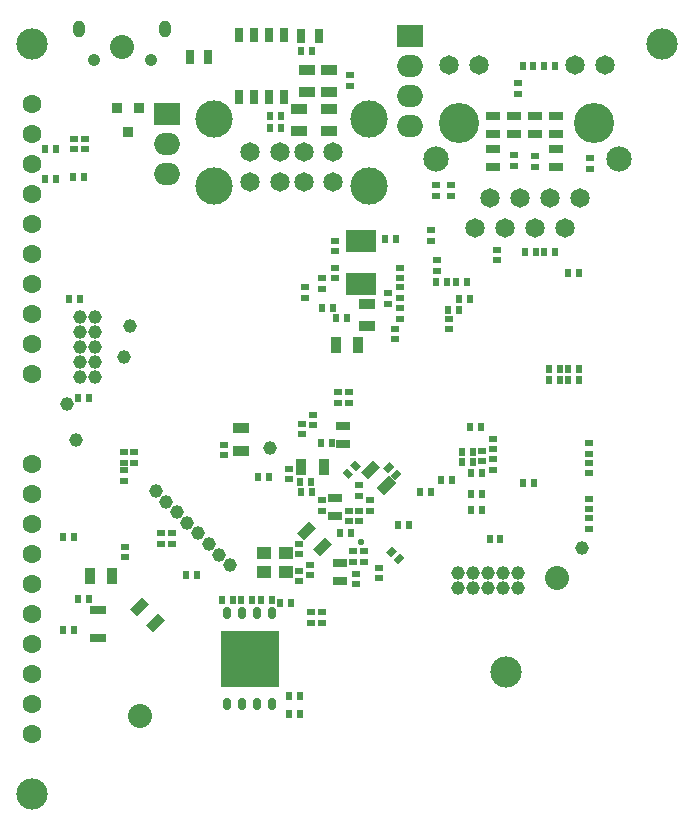
<source format=gbr>
G04 #@! TF.FileFunction,Soldermask,Bot*
%FSLAX46Y46*%
G04 Gerber Fmt 4.6, Leading zero omitted, Abs format (unit mm)*
G04 Created by KiCad (PCBNEW 0.201512080931+6353~38~ubuntu14.04.1-stable) date Mon 21 Dec 2015 12:54:57 AM PST*
%MOMM*%
G01*
G04 APERTURE LIST*
%ADD10C,0.100000*%
%ADD11C,1.652400*%
%ADD12C,3.152400*%
%ADD13R,0.751840X0.551180*%
%ADD14R,1.452400X0.852400*%
%ADD15R,0.551180X0.751840*%
%ADD16O,0.752400X1.052400*%
%ADD17R,4.952400X4.802400*%
%ADD18R,1.295400X0.787400*%
%ADD19R,0.852400X1.452400*%
%ADD20C,2.651760*%
%ADD21C,1.168400*%
%ADD22C,0.552400*%
%ADD23R,0.652400X1.252400*%
%ADD24R,1.152400X1.052400*%
%ADD25R,1.452400X0.802400*%
%ADD26R,2.552400X1.852400*%
%ADD27C,1.602400*%
%ADD28C,2.032000*%
%ADD29R,2.184400X1.879600*%
%ADD30O,2.184400X1.879600*%
%ADD31C,1.152400*%
%ADD32R,0.787400X1.295400*%
%ADD33R,0.952500X0.952500*%
%ADD34O,1.052400X1.452400*%
%ADD35C,1.052400*%
%ADD36C,2.152400*%
%ADD37C,3.402400*%
G04 APERTURE END LIST*
D10*
D11*
X104211000Y-98104000D03*
X101711000Y-98104000D03*
X99711000Y-98104000D03*
X97211000Y-98104000D03*
X104211000Y-95504000D03*
X101711000Y-95504000D03*
X99711000Y-95504000D03*
X97211000Y-95504000D03*
D12*
X107281000Y-98454000D03*
X107281000Y-92774000D03*
X94141000Y-98454000D03*
X94141000Y-92774000D03*
D13*
X125984000Y-96969580D03*
X125984000Y-96070420D03*
X119888000Y-90619580D03*
X119888000Y-89720420D03*
D14*
X103886000Y-90485000D03*
X103886000Y-88585000D03*
D13*
X114046000Y-110558580D03*
X114046000Y-109659420D03*
D15*
X114612420Y-106553000D03*
X115511580Y-106553000D03*
D16*
X99060000Y-142280000D03*
X97790000Y-142280000D03*
X96520000Y-142280000D03*
X95250000Y-142280000D03*
X95250000Y-134580000D03*
X96520000Y-134580000D03*
X97790000Y-134580000D03*
X99060000Y-134580000D03*
D17*
X97155000Y-138430000D03*
D13*
X101854000Y-106992420D03*
X101854000Y-107891580D03*
X106172000Y-132148580D03*
X106172000Y-131249420D03*
X106426000Y-125915420D03*
X106426000Y-126814580D03*
X106807000Y-129344420D03*
X106807000Y-130243580D03*
X105537000Y-125915420D03*
X105537000Y-126814580D03*
X105918000Y-129344420D03*
X105918000Y-130243580D03*
D18*
X104394000Y-126365000D03*
X104394000Y-124841000D03*
D13*
X106426000Y-123756420D03*
X106426000Y-124655580D03*
D18*
X104775000Y-130302000D03*
X104775000Y-131826000D03*
D15*
X112463580Y-124333000D03*
X111564420Y-124333000D03*
D13*
X101346000Y-131894580D03*
X101346000Y-130995420D03*
X101346000Y-128709420D03*
X101346000Y-129608580D03*
D10*
G36*
X109563621Y-123522619D02*
X108536619Y-124549621D01*
X107933881Y-123946883D01*
X108960883Y-122919881D01*
X109563621Y-123522619D01*
X109563621Y-123522619D01*
G37*
G36*
X108220119Y-122179117D02*
X107193117Y-123206119D01*
X106590379Y-122603381D01*
X107617381Y-121576379D01*
X108220119Y-122179117D01*
X108220119Y-122179117D01*
G37*
D15*
X110622080Y-127127000D03*
X109722920Y-127127000D03*
D13*
X108077000Y-131640580D03*
X108077000Y-130741420D03*
X103251000Y-125026420D03*
X103251000Y-125925580D03*
D15*
X104081580Y-120142000D03*
X103182420Y-120142000D03*
X114241580Y-123266200D03*
X113342420Y-123266200D03*
D10*
G36*
X105402155Y-122285214D02*
X105933786Y-122816845D01*
X105544043Y-123206588D01*
X105012412Y-122674957D01*
X105402155Y-122285214D01*
X105402155Y-122285214D01*
G37*
G36*
X106037957Y-121649412D02*
X106569588Y-122181043D01*
X106179845Y-122570786D01*
X105648214Y-122039155D01*
X106037957Y-121649412D01*
X106037957Y-121649412D01*
G37*
D13*
X105537000Y-115882420D03*
X105537000Y-116781580D03*
D19*
X101539000Y-122174000D03*
X103439000Y-122174000D03*
D13*
X101600000Y-118549420D03*
X101600000Y-119448580D03*
D18*
X105092500Y-118745000D03*
X105092500Y-120269000D03*
D10*
G36*
X104102621Y-128729619D02*
X103075619Y-129756621D01*
X102472881Y-129153883D01*
X103499883Y-128126881D01*
X104102621Y-128729619D01*
X104102621Y-128729619D01*
G37*
G36*
X102759119Y-127386117D02*
X101732117Y-128413119D01*
X101129379Y-127810381D01*
X102156381Y-126783379D01*
X102759119Y-127386117D01*
X102759119Y-127386117D01*
G37*
D15*
X105732580Y-127762000D03*
X104833420Y-127762000D03*
D13*
X100457000Y-123258580D03*
X100457000Y-122359420D03*
X102489000Y-117787420D03*
X102489000Y-118686580D03*
D10*
G36*
X109331214Y-130055845D02*
X109862845Y-129524214D01*
X110252588Y-129913957D01*
X109720957Y-130445588D01*
X109331214Y-130055845D01*
X109331214Y-130055845D01*
G37*
G36*
X108695412Y-129420043D02*
X109227043Y-128888412D01*
X109616786Y-129278155D01*
X109085155Y-129809786D01*
X108695412Y-129420043D01*
X108695412Y-129420043D01*
G37*
G36*
X109392786Y-122166155D02*
X108861155Y-122697786D01*
X108471412Y-122308043D01*
X109003043Y-121776412D01*
X109392786Y-122166155D01*
X109392786Y-122166155D01*
G37*
G36*
X110028588Y-122801957D02*
X109496957Y-123333588D01*
X109107214Y-122943845D01*
X109638845Y-122412214D01*
X110028588Y-122801957D01*
X110028588Y-122801957D01*
G37*
D13*
X104648000Y-115882420D03*
X104648000Y-116781580D03*
D15*
X102303580Y-123444000D03*
X101404420Y-123444000D03*
X102430580Y-124333000D03*
X101531420Y-124333000D03*
D13*
X94996000Y-120327420D03*
X94996000Y-121226580D03*
D14*
X96393000Y-120838000D03*
X96393000Y-118938000D03*
D15*
X83507580Y-133350000D03*
X82608420Y-133350000D03*
D13*
X86614000Y-129862580D03*
X86614000Y-128963420D03*
D15*
X81338420Y-136017000D03*
X82237580Y-136017000D03*
D19*
X83632000Y-131445000D03*
X85532000Y-131445000D03*
D13*
X125857000Y-120200420D03*
X125857000Y-121099580D03*
X125857000Y-126550420D03*
X125857000Y-127449580D03*
D15*
X115818920Y-118808500D03*
X116718080Y-118808500D03*
D13*
X125857000Y-124899420D03*
X125857000Y-125798580D03*
X125857000Y-121851420D03*
X125857000Y-122750580D03*
D15*
X115882420Y-125857000D03*
X116781580Y-125857000D03*
X115882420Y-124460000D03*
X116781580Y-124460000D03*
X115882420Y-122682000D03*
X116781580Y-122682000D03*
X121226580Y-123571000D03*
X120327420Y-123571000D03*
X118369080Y-128270000D03*
X117469920Y-128270000D03*
X123385580Y-113919000D03*
X122486420Y-113919000D03*
X125036580Y-114808000D03*
X124137420Y-114808000D03*
D13*
X117729000Y-122471180D03*
X117729000Y-121572020D03*
X117729000Y-119819420D03*
X117729000Y-120718580D03*
X103251000Y-135387080D03*
X103251000Y-134487920D03*
X113030000Y-104706420D03*
X113030000Y-105605580D03*
X114173000Y-99255580D03*
X114173000Y-98356420D03*
D15*
X98102420Y-133477000D03*
X99001580Y-133477000D03*
X100652580Y-133731000D03*
X99753420Y-133731000D03*
X102430580Y-86995000D03*
X101531420Y-86995000D03*
X98864420Y-92456000D03*
X99763580Y-92456000D03*
X109542580Y-102870000D03*
X108643420Y-102870000D03*
D13*
X104394000Y-103954580D03*
X104394000Y-103055420D03*
X108839000Y-108399580D03*
X108839000Y-107500420D03*
D15*
X105351580Y-109601000D03*
X104452420Y-109601000D03*
D19*
X106360000Y-111887000D03*
X104460000Y-111887000D03*
D13*
X103251000Y-107129580D03*
X103251000Y-106230420D03*
D14*
X107061000Y-110297000D03*
X107061000Y-108397000D03*
D20*
X78740000Y-149860000D03*
X78740000Y-86360000D03*
X132080000Y-86360000D03*
X118872000Y-139573000D03*
D21*
X114808000Y-132461000D03*
X114808000Y-131191000D03*
X116078000Y-132461000D03*
X116078000Y-131191000D03*
X117348000Y-132461000D03*
X117348000Y-131191000D03*
X118618000Y-132461000D03*
X118618000Y-131191000D03*
X119888000Y-132461000D03*
X119888000Y-131191000D03*
X84074000Y-114554000D03*
X82804000Y-114554000D03*
X84074000Y-113284000D03*
X82804000Y-113284000D03*
X84074000Y-112014000D03*
X82804000Y-112014000D03*
X84074000Y-110744000D03*
X82804000Y-110744000D03*
X84074000Y-109474000D03*
X82804000Y-109474000D03*
D22*
X106553000Y-128524000D03*
D21*
X89185910Y-124237910D03*
X90083936Y-125135936D03*
X90981962Y-126033962D03*
X91879987Y-126931987D03*
X92778013Y-127830013D03*
X93676038Y-128728038D03*
X94574064Y-129626064D03*
X95472090Y-130524090D03*
D13*
X107315000Y-125925580D03*
X107315000Y-125026420D03*
D14*
X101981000Y-90485000D03*
X101981000Y-88585000D03*
X101346000Y-93787000D03*
X101346000Y-91887000D03*
D13*
X102235000Y-131386580D03*
X102235000Y-130487420D03*
D15*
X100515420Y-141605000D03*
X101414580Y-141605000D03*
D13*
X83185000Y-95318580D03*
X83185000Y-94419420D03*
X86487000Y-121861580D03*
X86487000Y-120962420D03*
D15*
X83126580Y-97663000D03*
X82227420Y-97663000D03*
D13*
X86487000Y-123385580D03*
X86487000Y-122486420D03*
D15*
X82608420Y-116332000D03*
X83507580Y-116332000D03*
X81338420Y-128143000D03*
X82237580Y-128143000D03*
X101414580Y-143129000D03*
X100515420Y-143129000D03*
X81846420Y-107950000D03*
X82745580Y-107950000D03*
D13*
X89662000Y-128719580D03*
X89662000Y-127820420D03*
X90551000Y-128719580D03*
X90551000Y-127820420D03*
D15*
X122486420Y-114808000D03*
X123385580Y-114808000D03*
X124137420Y-113919000D03*
X125036580Y-113919000D03*
X115120420Y-121793000D03*
X116019580Y-121793000D03*
X115120420Y-120904000D03*
X116019580Y-120904000D03*
D13*
X116840000Y-120835420D03*
X116840000Y-121734580D03*
X102362000Y-134487920D03*
X102362000Y-135387080D03*
D15*
X113860580Y-106553000D03*
X112961420Y-106553000D03*
X114876580Y-108896720D03*
X113977420Y-108896720D03*
X115765580Y-107950000D03*
X114866420Y-107950000D03*
D13*
X112903000Y-99255580D03*
X112903000Y-98356420D03*
D15*
X97350580Y-133477000D03*
X96451420Y-133477000D03*
X94800420Y-133477000D03*
X95699580Y-133477000D03*
D13*
X104394000Y-105341420D03*
X104394000Y-106240580D03*
D15*
X97848420Y-123063000D03*
X98747580Y-123063000D03*
X104208580Y-108712000D03*
X103309420Y-108712000D03*
D23*
X96266000Y-90865000D03*
X96266000Y-85665000D03*
X97536000Y-90865000D03*
X98806000Y-90865000D03*
X100076000Y-90865000D03*
X97536000Y-85665000D03*
X98806000Y-85665000D03*
X100076000Y-85665000D03*
D24*
X100239000Y-131077000D03*
X98389000Y-131077000D03*
X98389000Y-129527000D03*
X100239000Y-129527000D03*
D25*
X84328000Y-134334000D03*
X84328000Y-136684000D03*
D26*
X106553000Y-106752000D03*
X106553000Y-103052000D03*
D14*
X103886000Y-93787000D03*
X103886000Y-91887000D03*
D27*
X78740000Y-91440000D03*
X78740000Y-93980000D03*
X78740000Y-96520000D03*
X78740000Y-99060000D03*
X78740000Y-101600000D03*
X78740000Y-104140000D03*
X78740000Y-106680000D03*
X78740000Y-109220000D03*
X78740000Y-111760000D03*
X78740000Y-114300000D03*
X78740000Y-121920000D03*
X78740000Y-124460000D03*
X78740000Y-127000000D03*
X78740000Y-129540000D03*
X78740000Y-132080000D03*
X78740000Y-134620000D03*
X78740000Y-137160000D03*
X78740000Y-139700000D03*
X78740000Y-142240000D03*
X78740000Y-144780000D03*
D15*
X80713580Y-97790000D03*
X79814420Y-97790000D03*
X80713580Y-95250000D03*
X79814420Y-95250000D03*
D28*
X87884000Y-143256000D03*
X123190000Y-131572000D03*
X86360000Y-86614000D03*
D29*
X110744000Y-85725000D03*
D30*
X110744000Y-88265000D03*
X110744000Y-90805000D03*
X110744000Y-93345000D03*
D13*
X82296000Y-94419420D03*
X82296000Y-95318580D03*
X87376000Y-120962420D03*
X87376000Y-121861580D03*
D31*
X98907600Y-120573800D03*
X125285500Y-129032000D03*
X86995000Y-110236000D03*
X86487000Y-112903000D03*
X82423000Y-119888000D03*
X81661000Y-116840000D03*
D15*
X92651580Y-131318000D03*
X91752420Y-131318000D03*
D18*
X119507000Y-93980000D03*
X119507000Y-92456000D03*
X117729000Y-92456000D03*
X117729000Y-93980000D03*
X121285000Y-93980000D03*
X121285000Y-92456000D03*
X123063000Y-92456000D03*
X123063000Y-93980000D03*
X123063000Y-96774000D03*
X123063000Y-95250000D03*
X117729000Y-96774000D03*
X117729000Y-95250000D03*
D32*
X102997000Y-85725000D03*
X101473000Y-85725000D03*
X92075000Y-87503000D03*
X93599000Y-87503000D03*
D13*
X109855000Y-109669580D03*
X109855000Y-108770420D03*
X109855000Y-106992420D03*
X109855000Y-107891580D03*
D33*
X85918000Y-91836240D03*
X87818000Y-91836240D03*
X86868000Y-93835220D03*
D29*
X90170000Y-92329000D03*
D30*
X90170000Y-94869000D03*
X90170000Y-97409000D03*
D34*
X82735000Y-85090000D03*
X89985000Y-85090000D03*
D35*
X83935000Y-87740000D03*
X88785000Y-87740000D03*
D11*
X125095000Y-99441000D03*
X123825000Y-101981000D03*
X122555000Y-99441000D03*
X121285000Y-101981000D03*
X120015000Y-99441000D03*
X118745000Y-101981000D03*
X117475000Y-99441000D03*
X116205000Y-101981000D03*
X114010000Y-88191000D03*
X116560000Y-88191000D03*
X124710000Y-88191000D03*
X127260000Y-88191000D03*
D36*
X128435000Y-96141000D03*
X112945000Y-96141000D03*
D37*
X114915000Y-93091000D03*
X126345000Y-93091000D03*
D13*
X109474000Y-111389160D03*
X109474000Y-110490000D03*
X109855000Y-105341420D03*
X109855000Y-106240580D03*
X112522000Y-103065580D03*
X112522000Y-102166420D03*
D10*
G36*
X89968870Y-135169868D02*
X88941868Y-136196870D01*
X88339130Y-135594132D01*
X89366132Y-134567130D01*
X89968870Y-135169868D01*
X89968870Y-135169868D01*
G37*
G36*
X88625368Y-133826366D02*
X87598366Y-134853368D01*
X86995628Y-134250630D01*
X88022630Y-133223628D01*
X88625368Y-133826366D01*
X88625368Y-133826366D01*
G37*
D13*
X119507000Y-95816420D03*
X119507000Y-96715580D03*
X121285000Y-95885000D03*
X121285000Y-96784160D03*
D15*
X121353580Y-104013000D03*
X120454420Y-104013000D03*
X122105420Y-104013000D03*
X123004580Y-104013000D03*
D13*
X118110000Y-103817420D03*
X118110000Y-104716580D03*
D15*
X125036580Y-105791000D03*
X124137420Y-105791000D03*
X122105420Y-88265000D03*
X123004580Y-88265000D03*
X121158000Y-88265000D03*
X120258840Y-88265000D03*
D13*
X105664000Y-89016840D03*
X105664000Y-89916000D03*
D15*
X98864420Y-93472000D03*
X99763580Y-93472000D03*
M02*

</source>
